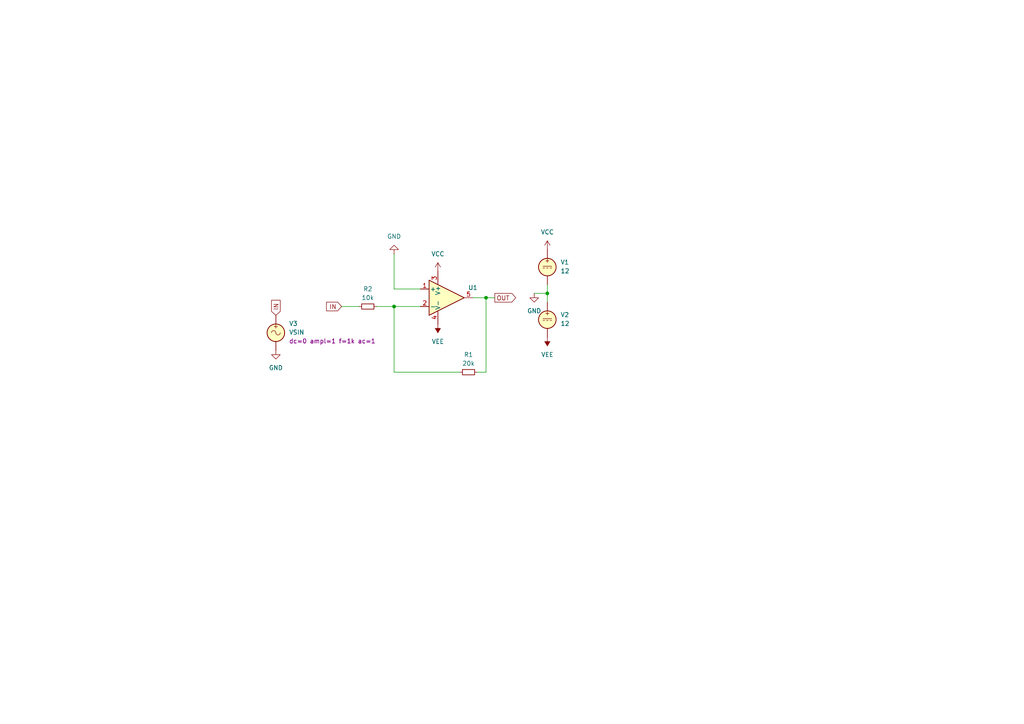
<source format=kicad_sch>
(kicad_sch (version 20231120) (generator "eeschema") (generator_version "8.0")
  (paper "A4")
  (lib_symbols
    (symbol "Device:R_Small" (pin_numbers hide) (pin_names (offset 0.254) hide)
      (property "Reference" "R" (at 0.762 0.508 0))
      (property "Value" "R_Small" (at 0.762 -1.016 0))
      (symbol "R_Small_0_1"
        (rectangle (start -0.762 1.778) (end 0.762 -1.778) (stroke (width 0.2032)))
      )
      (symbol "R_Small_1_1"
        (pin passive line (at 0 2.54 270) (length 0.762) (name "~") (number "1"))
        (pin passive line (at 0 -2.54 90) (length 0.762) (name "~") (number "2"))
      )
    )
    (symbol "Simulation_SPICE:OPAMP" (pin_names (offset 0.254))
      (property "Reference" "U" (at 3.81 3.175 0))
      (property "Value" "${SIM.PARAMS}" (at 3.81 -3.175 0))
      (symbol "OPAMP_0_1"
        (polyline (pts (xy 5.08 0) (xy -5.08 5.08) (xy -5.08 -5.08) (xy 5.08 0)) (stroke (width 0.254)) (fill (type background)))
      )
      (symbol "OPAMP_1_1"
        (pin input line (at -7.62 2.54 0) (length 2.54) (name "+") (number "1"))
        (pin input line (at -7.62 -2.54 0) (length 2.54) (name "-") (number "2"))
        (pin power_in line (at -2.54 7.62 270) (length 3.81) (name "V+") (number "3"))
        (pin power_in line (at -2.54 -7.62 90) (length 3.81) (name "V-") (number "4"))
        (pin output line (at 7.62 0 180) (length 2.54) (name "~") (number "5"))
      )
    )
    (symbol "Simulation_SPICE:VDC" (pin_numbers hide) (pin_names (offset 0.0254))
      (property "Reference" "V" (at 2.54 2.54 0))
      (property "Value" "1" (at 2.54 0 0))
      (symbol "VDC_0_0"
        (polyline (pts (xy -1.27 0.254) (xy 1.27 0.254)))
        (polyline (pts (xy -0.762 -0.254) (xy -1.27 -0.254)))
        (polyline (pts (xy 0.254 -0.254) (xy -0.254 -0.254)))
        (polyline (pts (xy 1.27 -0.254) (xy 0.762 -0.254)))
        (text "+" (at 0 1.905 0) (effects (font (size 1.27 1.27))))
      )
      (symbol "VDC_0_1"
        (circle (center 0 0) (radius 2.54) (stroke (width 0.254)) (fill (type background)))
      )
      (symbol "VDC_1_1"
        (pin passive line (at 0 5.08 270) (length 2.54) (name "~") (number "1"))
        (pin passive line (at 0 -5.08 90) (length 2.54) (name "~") (number "2"))
      )
    )
    (symbol "Simulation_SPICE:VSIN" (pin_numbers hide) (pin_names (offset 0.0254))
      (property "Reference" "V" (at 2.54 2.54 0))
      (property "Value" "VSIN" (at 2.54 0 0))
      (property "Sim.Params" "dc=0 ampl=1 f=1k ac=1" (at 2.54 -2.54 0))
      (symbol "VSIN_0_0"
        (arc (start 0 0) (mid -0.635 0.6323) (end -1.27 0))
        (arc (start 0 0) (mid 0.635 -0.6323) (end 1.27 0))
        (text "+" (at 0 1.905 0) (effects (font (size 1.27 1.27))))
      )
      (symbol "VSIN_0_1"
        (circle (center 0 0) (radius 2.54) (stroke (width 0.254)) (fill (type background)))
      )
      (symbol "VSIN_1_1"
        (pin passive line (at 0 5.08 270) (length 2.54) (name "~") (number "1"))
        (pin passive line (at 0 -5.08 90) (length 2.54) (name "~") (number "2"))
      )
    )
    (symbol "power:GND" (power) (pin_numbers hide) (pin_names (offset 0) hide)
      (property "Value" "GND" (at 0 -3.81 0))
      (symbol "GND_0_1"
        (polyline (pts (xy 0 0) (xy 0 -1.27) (xy 1.27 -1.27) (xy 0 -2.54) (xy -1.27 -1.27) (xy 0 -1.27)))
      )
      (symbol "GND_1_1"
        (pin power_in line (at 0 0 270) (length 0) (name "~") (number "1"))
      )
    )
    (symbol "power:VCC" (power) (pin_numbers hide) (pin_names (offset 0) hide)
      (property "Value" "VCC" (at 0 3.556 0))
      (symbol "VCC_0_1"
        (polyline (pts (xy -0.762 1.27) (xy 0 2.54)))
        (polyline (pts (xy 0 0) (xy 0 2.54)))
        (polyline (pts (xy 0 2.54) (xy 0.762 1.27)))
      )
      (symbol "VCC_1_1"
        (pin power_in line (at 0 0 90) (length 0) (name "~") (number "1"))
      )
    )
    (symbol "power:VEE" (power) (pin_numbers hide) (pin_names (offset 0) hide)
      (property "Value" "VEE" (at 0 3.556 0))
      (symbol "VEE_0_1"
        (polyline (pts (xy 0 0) (xy 0 2.54)))
        (polyline (pts (xy 0.762 1.27) (xy -0.762 1.27) (xy 0 2.54) (xy 0.762 1.27)) (fill (type outline)))
      )
      (symbol "VEE_1_1"
        (pin power_in line (at 0 0 90) (length 0) (name "~") (number "1"))
      )
    )
  )
  (junction (at 114.3 88.9))
  (junction (at 158.75 85.09))
  (junction (at 140.97 86.36))
  (wire (pts (xy 140.97 86.36) (xy 137.16 86.36)))
  (wire (pts (xy 158.75 82.55) (xy 158.75 85.09)))
  (wire (pts (xy 114.3 107.95) (xy 114.3 88.9)))
  (wire (pts (xy 109.22 88.9) (xy 114.3 88.9)))
  (wire (pts (xy 158.75 85.09) (xy 158.75 87.63)))
  (wire (pts (xy 114.3 83.82) (xy 121.92 83.82)))
  (wire (pts (xy 140.97 107.95) (xy 138.43 107.95)))
  (wire (pts (xy 99.06 88.9) (xy 104.14 88.9)))
  (wire (pts (xy 154.94 85.09) (xy 158.75 85.09)))
  (wire (pts (xy 114.3 73.66) (xy 114.3 83.82)))
  (wire (pts (xy 114.3 88.9) (xy 121.92 88.9)))
  (wire (pts (xy 133.35 107.95) (xy 114.3 107.95)))
  (wire (pts (xy 140.97 107.95) (xy 140.97 86.36)))
  (wire (pts (xy 140.97 86.36) (xy 143.51 86.36)))
  (global_label "OUT" (shape output) (at 143.51 86.36 0) (property "Intersheetrefs" "${INTERSHEET_REFS}" (effects (hide yes))))
  (global_label "IN" (shape input) (at 80.01 91.44 90) (property "Intersheetrefs" "${INTERSHEET_REFS}" (effects (hide yes))))
  (global_label "IN" (shape input) (at 99.06 88.9 180) (property "Intersheetrefs" "${INTERSHEET_REFS}" (effects (hide yes))))
  (symbol (lib_id "Simulation_SPICE:VSIN") (at 80.01 96.52 0) (unit 1)
    (property "Reference" "V3" (at 83.82 93.8501 0) (effects (justify left)))
    (property "Value" "VSIN" (at 83.82 96.3901 0) (effects (justify left)))
    (property "Datasheet" "https://ngspice.sourceforge.io/docs/ngspice-html-manual/manual.xhtml#sec_Independent_Sources_for" (effects (hide yes)))
    (property "Description" "Voltage source, sinusoidal" (effects (hide yes)))
    (property "Sim.Pins" "1=+ 2=-" (effects (hide yes)))
    (property "Sim.Params" "dc=0 ampl=1 f=1k ac=1" (at 83.82 98.9301 0) (effects (justify left)))
    (property "Sim.Type" "SIN" (effects (hide yes)))
    (property "Sim.Device" "V" (effects (hide yes)))
  )
  (symbol (lib_id "power:VEE") (at 158.75 97.79 180) (unit 1)
    (property "Reference" "#PWR05" (effects (hide yes)))
    (property "Value" "VEE" (at 158.75 102.87 0))
    (property "Description" "Power symbol creates a global label with name \"VEE\"" (effects (hide yes)))
  )
  (symbol (lib_id "power:GND") (at 154.94 85.09 0) (unit 1)
    (property "Reference" "#PWR06" (effects (hide yes)))
    (property "Value" "GND" (at 154.94 90.17 0))
    (property "Description" "Power symbol creates a global label with name \"GND\" , ground" (effects (hide yes)))
  )
  (symbol (lib_id "power:VEE") (at 127 93.98 180) (unit 1)
    (property "Reference" "#PWR03" (effects (hide yes)))
    (property "Value" "VEE" (at 127 99.06 0))
    (property "Description" "Power symbol creates a global label with name \"VEE\"" (effects (hide yes)))
  )
  (symbol (lib_id "Simulation_SPICE:OPAMP") (at 129.54 86.36 0) (unit 1)
    (property "Reference" "U1" (at 137.16 83.439 0))
    (property "Value" "${SIM.PARAMS}" (at 137.16 85.3441 0))
    (property "Datasheet" "https://ngspice.sourceforge.io/docs/ngspice-html-manual/manual.xhtml#sec__SUBCKT_Subcircuits" (effects (hide yes)))
    (property "Description" "Operational amplifier, single, node sequence=1:+ 2:- 3:OUT 4:V+ 5:V-" (effects (hide yes)))
    (property "Sim.Pins" "1=in+ 2=in- 3=vcc 4=vee 5=out" (effects (hide yes)))
    (property "Sim.Device" "SUBCKT" (effects (hide yes)))
    (property "Sim.Library" "${KICAD7_SYMBOL_DIR}/Simulation_SPICE.sp" (effects (hide yes)))
    (property "Sim.Name" "kicad_builtin_opamp" (effects (hide yes)))
  )
  (symbol (lib_id "power:GND") (at 80.01 101.6 0) (unit 1)
    (property "Reference" "#PWR07" (effects (hide yes)))
    (property "Value" "GND" (at 80.01 106.68 0))
    (property "Description" "Power symbol creates a global label with name \"GND\" , ground" (effects (hide yes)))
  )
  (symbol (lib_id "power:GND") (at 114.3 73.66 180) (unit 1)
    (property "Reference" "#PWR01" (effects (hide yes)))
    (property "Value" "GND" (at 114.3 68.58 0))
    (property "Description" "Power symbol creates a global label with name \"GND\" , ground" (effects (hide yes)))
  )
  (symbol (lib_id "power:VCC") (at 158.75 72.39 0) (unit 1)
    (property "Reference" "#PWR04" (effects (hide yes)))
    (property "Value" "VCC" (at 158.75 67.31 0))
    (property "Description" "Power symbol creates a global label with name \"VCC\"" (effects (hide yes)))
  )
  (symbol (lib_id "Simulation_SPICE:VDC") (at 158.75 92.71 0) (unit 1)
    (property "Reference" "V2" (at 162.56 91.3101 0) (effects (justify left)))
    (property "Value" "12" (at 162.56 93.8501 0) (effects (justify left)))
    (property "Datasheet" "https://ngspice.sourceforge.io/docs/ngspice-html-manual/manual.xhtml#sec_Independent_Sources_for" (effects (hide yes)))
    (property "Description" "Voltage source, DC" (effects (hide yes)))
    (property "Sim.Pins" "1=+ 2=-" (effects (hide yes)))
    (property "Sim.Type" "DC" (effects (hide yes)))
    (property "Sim.Device" "V" (effects (hide yes)))
  )
  (symbol (lib_id "Device:R_Small") (at 135.89 107.95 90) (unit 1)
    (property "Reference" "R1" (at 135.89 102.87 90))
    (property "Value" "20k" (at 135.89 105.41 90))
    (property "Description" "Resistor, small symbol" (effects (hide yes)))
  )
  (symbol (lib_id "power:VCC") (at 127 78.74 0) (unit 1)
    (property "Reference" "#PWR02" (effects (hide yes)))
    (property "Value" "VCC" (at 127 73.66 0))
    (property "Description" "Power symbol creates a global label with name \"VCC\"" (effects (hide yes)))
  )
  (symbol (lib_id "Device:R_Small") (at 106.68 88.9 90) (unit 1)
    (property "Reference" "R2" (at 106.68 83.82 90))
    (property "Value" "10k" (at 106.68 86.36 90))
    (property "Description" "Resistor, small symbol" (effects (hide yes)))
    (property "Sim.Device" "R" (effects (hide yes)))
    (property "Sim.Pins" "1=+ 2=-" (effects (hide yes)))
  )
  (symbol (lib_id "Simulation_SPICE:VDC") (at 158.75 77.47 0) (unit 1)
    (property "Reference" "V1" (at 162.56 76.0701 0) (effects (justify left)))
    (property "Value" "12" (at 162.56 78.6101 0) (effects (justify left)))
    (property "Datasheet" "https://ngspice.sourceforge.io/docs/ngspice-html-manual/manual.xhtml#sec_Independent_Sources_for" (effects (hide yes)))
    (property "Description" "Voltage source, DC" (effects (hide yes)))
    (property "Sim.Pins" "1=+ 2=-" (effects (hide yes)))
    (property "Sim.Type" "DC" (effects (hide yes)))
    (property "Sim.Device" "V" (effects (hide yes)))
  )
)
</source>
